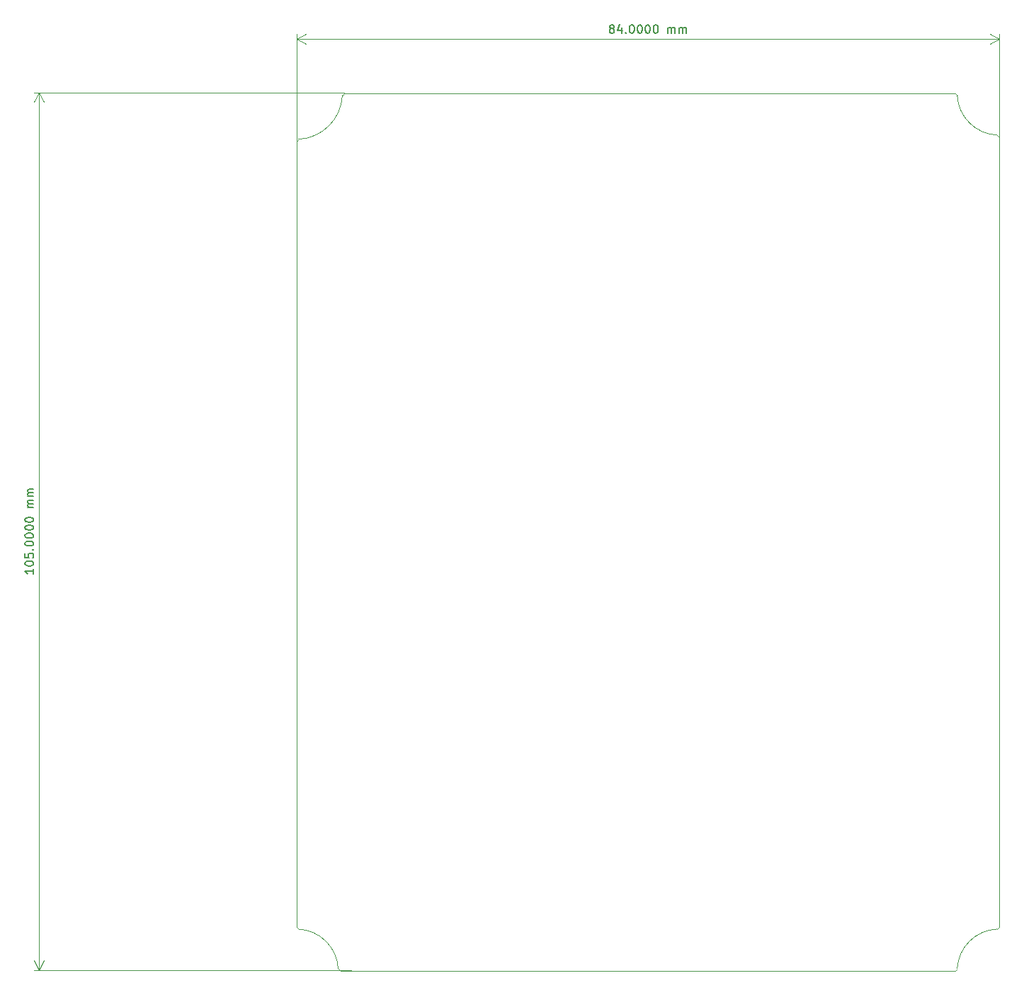
<source format=gbr>
%TF.GenerationSoftware,KiCad,Pcbnew,(6.0.1)*%
%TF.CreationDate,2022-05-04T15:38:42-04:00*%
%TF.ProjectId,phase90plusplus,70686173-6539-4307-906c-7573706c7573,rev?*%
%TF.SameCoordinates,Original*%
%TF.FileFunction,Profile,NP*%
%FSLAX46Y46*%
G04 Gerber Fmt 4.6, Leading zero omitted, Abs format (unit mm)*
G04 Created by KiCad (PCBNEW (6.0.1)) date 2022-05-04 15:38:42*
%MOMM*%
%LPD*%
G01*
G04 APERTURE LIST*
%TA.AperFunction,Profile*%
%ADD10C,0.100000*%
%TD*%
%ADD11C,0.150000*%
G04 APERTURE END LIST*
D10*
X255500000Y-131500000D02*
X255750000Y-131250000D01*
X177000000Y-126500000D02*
X176750000Y-126250000D01*
X255500000Y-131500000D02*
X182000000Y-131500000D01*
X182500000Y-26500000D02*
X255500000Y-26500000D01*
X255500000Y-26500000D02*
X255750000Y-26750000D01*
X182000000Y-131500000D02*
X181750000Y-131250000D01*
X177000000Y-32000000D02*
G75*
G03*
X182250000Y-26750000I-256245J5506245D01*
G01*
X176750000Y-32250000D02*
X177000000Y-32000000D01*
X181750000Y-131250000D02*
G75*
G03*
X177000000Y-126500000I-5006936J-256936D01*
G01*
X182250000Y-26750000D02*
X182500000Y-26500000D01*
X260500000Y-126500000D02*
X260750000Y-126250000D01*
X255750000Y-26750000D02*
G75*
G03*
X260500000Y-31500000I5006936J256936D01*
G01*
X260500000Y-31500000D02*
X260750000Y-31750000D01*
X176750000Y-126250000D02*
X176750000Y-32250000D01*
X260500000Y-126500000D02*
G75*
G03*
X255750000Y-131250000I256932J-5006932D01*
G01*
X260750000Y-31750000D02*
X260750000Y-126250000D01*
D11*
X145302380Y-83423809D02*
X145302380Y-83995238D01*
X145302380Y-83709523D02*
X144302380Y-83709523D01*
X144445238Y-83804761D01*
X144540476Y-83900000D01*
X144588095Y-83995238D01*
X144302380Y-82804761D02*
X144302380Y-82709523D01*
X144350000Y-82614285D01*
X144397619Y-82566666D01*
X144492857Y-82519047D01*
X144683333Y-82471428D01*
X144921428Y-82471428D01*
X145111904Y-82519047D01*
X145207142Y-82566666D01*
X145254761Y-82614285D01*
X145302380Y-82709523D01*
X145302380Y-82804761D01*
X145254761Y-82900000D01*
X145207142Y-82947619D01*
X145111904Y-82995238D01*
X144921428Y-83042857D01*
X144683333Y-83042857D01*
X144492857Y-82995238D01*
X144397619Y-82947619D01*
X144350000Y-82900000D01*
X144302380Y-82804761D01*
X144302380Y-81566666D02*
X144302380Y-82042857D01*
X144778571Y-82090476D01*
X144730952Y-82042857D01*
X144683333Y-81947619D01*
X144683333Y-81709523D01*
X144730952Y-81614285D01*
X144778571Y-81566666D01*
X144873809Y-81519047D01*
X145111904Y-81519047D01*
X145207142Y-81566666D01*
X145254761Y-81614285D01*
X145302380Y-81709523D01*
X145302380Y-81947619D01*
X145254761Y-82042857D01*
X145207142Y-82090476D01*
X145207142Y-81090476D02*
X145254761Y-81042857D01*
X145302380Y-81090476D01*
X145254761Y-81138095D01*
X145207142Y-81090476D01*
X145302380Y-81090476D01*
X144302380Y-80423809D02*
X144302380Y-80328571D01*
X144350000Y-80233333D01*
X144397619Y-80185714D01*
X144492857Y-80138095D01*
X144683333Y-80090476D01*
X144921428Y-80090476D01*
X145111904Y-80138095D01*
X145207142Y-80185714D01*
X145254761Y-80233333D01*
X145302380Y-80328571D01*
X145302380Y-80423809D01*
X145254761Y-80519047D01*
X145207142Y-80566666D01*
X145111904Y-80614285D01*
X144921428Y-80661904D01*
X144683333Y-80661904D01*
X144492857Y-80614285D01*
X144397619Y-80566666D01*
X144350000Y-80519047D01*
X144302380Y-80423809D01*
X144302380Y-79471428D02*
X144302380Y-79376190D01*
X144350000Y-79280952D01*
X144397619Y-79233333D01*
X144492857Y-79185714D01*
X144683333Y-79138095D01*
X144921428Y-79138095D01*
X145111904Y-79185714D01*
X145207142Y-79233333D01*
X145254761Y-79280952D01*
X145302380Y-79376190D01*
X145302380Y-79471428D01*
X145254761Y-79566666D01*
X145207142Y-79614285D01*
X145111904Y-79661904D01*
X144921428Y-79709523D01*
X144683333Y-79709523D01*
X144492857Y-79661904D01*
X144397619Y-79614285D01*
X144350000Y-79566666D01*
X144302380Y-79471428D01*
X144302380Y-78519047D02*
X144302380Y-78423809D01*
X144350000Y-78328571D01*
X144397619Y-78280952D01*
X144492857Y-78233333D01*
X144683333Y-78185714D01*
X144921428Y-78185714D01*
X145111904Y-78233333D01*
X145207142Y-78280952D01*
X145254761Y-78328571D01*
X145302380Y-78423809D01*
X145302380Y-78519047D01*
X145254761Y-78614285D01*
X145207142Y-78661904D01*
X145111904Y-78709523D01*
X144921428Y-78757142D01*
X144683333Y-78757142D01*
X144492857Y-78709523D01*
X144397619Y-78661904D01*
X144350000Y-78614285D01*
X144302380Y-78519047D01*
X144302380Y-77566666D02*
X144302380Y-77471428D01*
X144350000Y-77376190D01*
X144397619Y-77328571D01*
X144492857Y-77280952D01*
X144683333Y-77233333D01*
X144921428Y-77233333D01*
X145111904Y-77280952D01*
X145207142Y-77328571D01*
X145254761Y-77376190D01*
X145302380Y-77471428D01*
X145302380Y-77566666D01*
X145254761Y-77661904D01*
X145207142Y-77709523D01*
X145111904Y-77757142D01*
X144921428Y-77804761D01*
X144683333Y-77804761D01*
X144492857Y-77757142D01*
X144397619Y-77709523D01*
X144350000Y-77661904D01*
X144302380Y-77566666D01*
X145302380Y-76042857D02*
X144635714Y-76042857D01*
X144730952Y-76042857D02*
X144683333Y-75995238D01*
X144635714Y-75900000D01*
X144635714Y-75757142D01*
X144683333Y-75661904D01*
X144778571Y-75614285D01*
X145302380Y-75614285D01*
X144778571Y-75614285D02*
X144683333Y-75566666D01*
X144635714Y-75471428D01*
X144635714Y-75328571D01*
X144683333Y-75233333D01*
X144778571Y-75185714D01*
X145302380Y-75185714D01*
X145302380Y-74709523D02*
X144635714Y-74709523D01*
X144730952Y-74709523D02*
X144683333Y-74661904D01*
X144635714Y-74566666D01*
X144635714Y-74423809D01*
X144683333Y-74328571D01*
X144778571Y-74280952D01*
X145302380Y-74280952D01*
X144778571Y-74280952D02*
X144683333Y-74233333D01*
X144635714Y-74138095D01*
X144635714Y-73995238D01*
X144683333Y-73900000D01*
X144778571Y-73852380D01*
X145302380Y-73852380D01*
D10*
X182500000Y-26400000D02*
X145413580Y-26400000D01*
X145413580Y-131400000D02*
X183300000Y-131400000D01*
X146000000Y-26400000D02*
X146000000Y-131400000D01*
X146000000Y-26400000D02*
X146000000Y-131400000D01*
X146000000Y-26400000D02*
X145413579Y-27526504D01*
X146000000Y-26400000D02*
X146586421Y-27526504D01*
X146000000Y-131400000D02*
X146586421Y-130273496D01*
X146000000Y-131400000D02*
X145413579Y-130273496D01*
D11*
X214371428Y-18730952D02*
X214276190Y-18683333D01*
X214228571Y-18635714D01*
X214180952Y-18540476D01*
X214180952Y-18492857D01*
X214228571Y-18397619D01*
X214276190Y-18350000D01*
X214371428Y-18302380D01*
X214561904Y-18302380D01*
X214657142Y-18350000D01*
X214704761Y-18397619D01*
X214752380Y-18492857D01*
X214752380Y-18540476D01*
X214704761Y-18635714D01*
X214657142Y-18683333D01*
X214561904Y-18730952D01*
X214371428Y-18730952D01*
X214276190Y-18778571D01*
X214228571Y-18826190D01*
X214180952Y-18921428D01*
X214180952Y-19111904D01*
X214228571Y-19207142D01*
X214276190Y-19254761D01*
X214371428Y-19302380D01*
X214561904Y-19302380D01*
X214657142Y-19254761D01*
X214704761Y-19207142D01*
X214752380Y-19111904D01*
X214752380Y-18921428D01*
X214704761Y-18826190D01*
X214657142Y-18778571D01*
X214561904Y-18730952D01*
X215609523Y-18635714D02*
X215609523Y-19302380D01*
X215371428Y-18254761D02*
X215133333Y-18969047D01*
X215752380Y-18969047D01*
X216133333Y-19207142D02*
X216180952Y-19254761D01*
X216133333Y-19302380D01*
X216085714Y-19254761D01*
X216133333Y-19207142D01*
X216133333Y-19302380D01*
X216800000Y-18302380D02*
X216895238Y-18302380D01*
X216990476Y-18350000D01*
X217038095Y-18397619D01*
X217085714Y-18492857D01*
X217133333Y-18683333D01*
X217133333Y-18921428D01*
X217085714Y-19111904D01*
X217038095Y-19207142D01*
X216990476Y-19254761D01*
X216895238Y-19302380D01*
X216800000Y-19302380D01*
X216704761Y-19254761D01*
X216657142Y-19207142D01*
X216609523Y-19111904D01*
X216561904Y-18921428D01*
X216561904Y-18683333D01*
X216609523Y-18492857D01*
X216657142Y-18397619D01*
X216704761Y-18350000D01*
X216800000Y-18302380D01*
X217752380Y-18302380D02*
X217847619Y-18302380D01*
X217942857Y-18350000D01*
X217990476Y-18397619D01*
X218038095Y-18492857D01*
X218085714Y-18683333D01*
X218085714Y-18921428D01*
X218038095Y-19111904D01*
X217990476Y-19207142D01*
X217942857Y-19254761D01*
X217847619Y-19302380D01*
X217752380Y-19302380D01*
X217657142Y-19254761D01*
X217609523Y-19207142D01*
X217561904Y-19111904D01*
X217514285Y-18921428D01*
X217514285Y-18683333D01*
X217561904Y-18492857D01*
X217609523Y-18397619D01*
X217657142Y-18350000D01*
X217752380Y-18302380D01*
X218704761Y-18302380D02*
X218800000Y-18302380D01*
X218895238Y-18350000D01*
X218942857Y-18397619D01*
X218990476Y-18492857D01*
X219038095Y-18683333D01*
X219038095Y-18921428D01*
X218990476Y-19111904D01*
X218942857Y-19207142D01*
X218895238Y-19254761D01*
X218800000Y-19302380D01*
X218704761Y-19302380D01*
X218609523Y-19254761D01*
X218561904Y-19207142D01*
X218514285Y-19111904D01*
X218466666Y-18921428D01*
X218466666Y-18683333D01*
X218514285Y-18492857D01*
X218561904Y-18397619D01*
X218609523Y-18350000D01*
X218704761Y-18302380D01*
X219657142Y-18302380D02*
X219752380Y-18302380D01*
X219847619Y-18350000D01*
X219895238Y-18397619D01*
X219942857Y-18492857D01*
X219990476Y-18683333D01*
X219990476Y-18921428D01*
X219942857Y-19111904D01*
X219895238Y-19207142D01*
X219847619Y-19254761D01*
X219752380Y-19302380D01*
X219657142Y-19302380D01*
X219561904Y-19254761D01*
X219514285Y-19207142D01*
X219466666Y-19111904D01*
X219419047Y-18921428D01*
X219419047Y-18683333D01*
X219466666Y-18492857D01*
X219514285Y-18397619D01*
X219561904Y-18350000D01*
X219657142Y-18302380D01*
X221180952Y-19302380D02*
X221180952Y-18635714D01*
X221180952Y-18730952D02*
X221228571Y-18683333D01*
X221323809Y-18635714D01*
X221466666Y-18635714D01*
X221561904Y-18683333D01*
X221609523Y-18778571D01*
X221609523Y-19302380D01*
X221609523Y-18778571D02*
X221657142Y-18683333D01*
X221752380Y-18635714D01*
X221895238Y-18635714D01*
X221990476Y-18683333D01*
X222038095Y-18778571D01*
X222038095Y-19302380D01*
X222514285Y-19302380D02*
X222514285Y-18635714D01*
X222514285Y-18730952D02*
X222561904Y-18683333D01*
X222657142Y-18635714D01*
X222800000Y-18635714D01*
X222895238Y-18683333D01*
X222942857Y-18778571D01*
X222942857Y-19302380D01*
X222942857Y-18778571D02*
X222990476Y-18683333D01*
X223085714Y-18635714D01*
X223228571Y-18635714D01*
X223323809Y-18683333D01*
X223371428Y-18778571D01*
X223371428Y-19302380D01*
D10*
X176800000Y-43500000D02*
X176800000Y-19413580D01*
X260800000Y-19413580D02*
X260800000Y-44400000D01*
X176800000Y-20000000D02*
X260800000Y-20000000D01*
X176800000Y-20000000D02*
X260800000Y-20000000D01*
X176800000Y-20000000D02*
X177926504Y-20586421D01*
X176800000Y-20000000D02*
X177926504Y-19413579D01*
X260800000Y-20000000D02*
X259673496Y-19413579D01*
X260800000Y-20000000D02*
X259673496Y-20586421D01*
M02*

</source>
